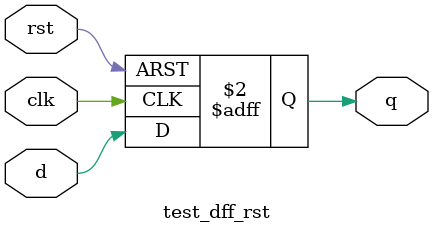
<source format=sv>

module test_dff_rst(
  input logic clk,
  input logic rst,
  input logic d,
  output logic q
);
  always_ff @(posedge clk or posedge rst) begin
    if (rst)
      q <= 1'b0;
    else
      q <= d;
  end
endmodule

</source>
